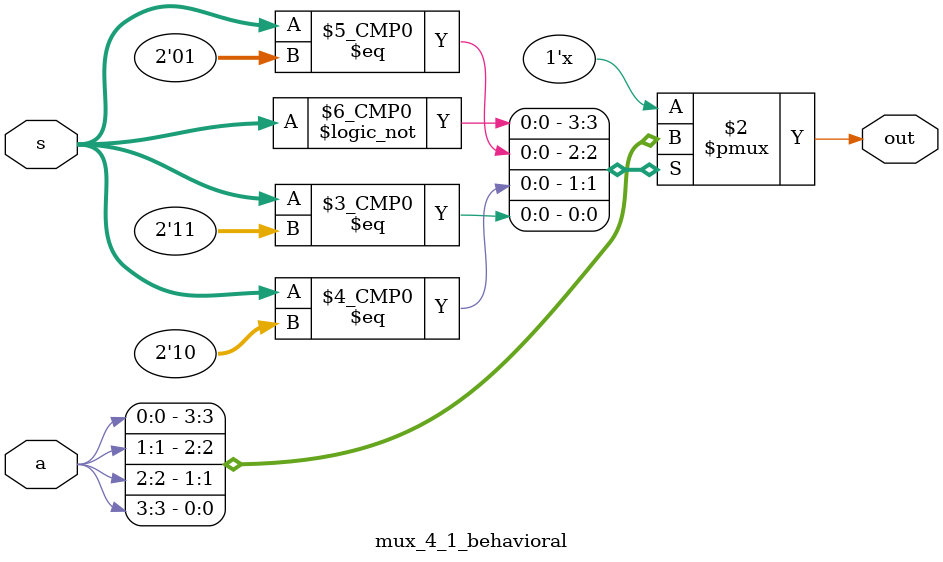
<source format=v>
module mux_4_1_behavioral (a,s,out);
input [3:0]a;
input [1:0]s;
output reg out;
    always @(*) begin
        case ({s[1], s[0]})
            2'b00: out = a[0];
            2'b01: out = a[1];
            2'b10: out = a[2];
            2'b11: out = a[3];
            default: out = 1'bx;
        endcase
    end
endmodule
</source>
